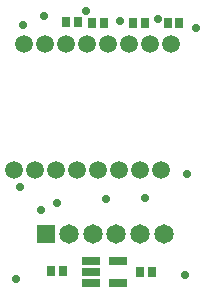
<source format=gbs>
G04 EAGLE Gerber RS-274X export*
G75*
%MOMM*%
%FSLAX34Y34*%
%LPD*%
%INSoldermask Bottom*%
%IPPOS*%
%AMOC8*
5,1,8,0,0,1.08239X$1,22.5*%
G01*
G04 Define Apertures*
%ADD10R,0.763200X0.832300*%
%ADD11R,1.643200X1.643200*%
%ADD12C,1.643200*%
%ADD13R,0.738300X0.847200*%
%ADD14C,1.503200*%
%ADD15R,1.625600X0.762000*%
%ADD16C,0.705600*%
D10*
X24154Y71300D03*
X33846Y71300D03*
X53554Y71200D03*
X63246Y71200D03*
X-35354Y-139300D03*
X-45046Y-139300D03*
X30054Y-140200D03*
X39746Y-140200D03*
D11*
X-50000Y-107500D03*
D12*
X-30000Y-107500D03*
X-10000Y-107500D03*
X10000Y-107500D03*
X30000Y-107500D03*
X50000Y-107500D03*
D13*
X-10475Y71000D03*
X-325Y71000D03*
X-32675Y72100D03*
X-22525Y72100D03*
D14*
X56600Y53500D03*
X38800Y53500D03*
X21000Y53500D03*
X3200Y53500D03*
X-14600Y53500D03*
X-32400Y53500D03*
X-50200Y53500D03*
X-68000Y53500D03*
X-76900Y-53500D03*
X-59100Y-53500D03*
X-41300Y-53500D03*
X-23500Y-53500D03*
X-5700Y-53500D03*
X12100Y-53500D03*
X29900Y-53500D03*
X47700Y-53500D03*
D15*
X-11444Y-149500D03*
X-11444Y-140000D03*
X-11444Y-130500D03*
X11444Y-130500D03*
X11444Y-149500D03*
D16*
X69800Y-56900D03*
X34600Y-76800D03*
X-71900Y-68100D03*
X13200Y72600D03*
X45200Y74400D03*
X77000Y66400D03*
X-51000Y77100D03*
X1300Y-78300D03*
X68200Y-142000D03*
X-75400Y-145600D03*
X-53800Y-86900D03*
X-16000Y81400D03*
X-69400Y69400D03*
X-40100Y-81400D03*
M02*

</source>
